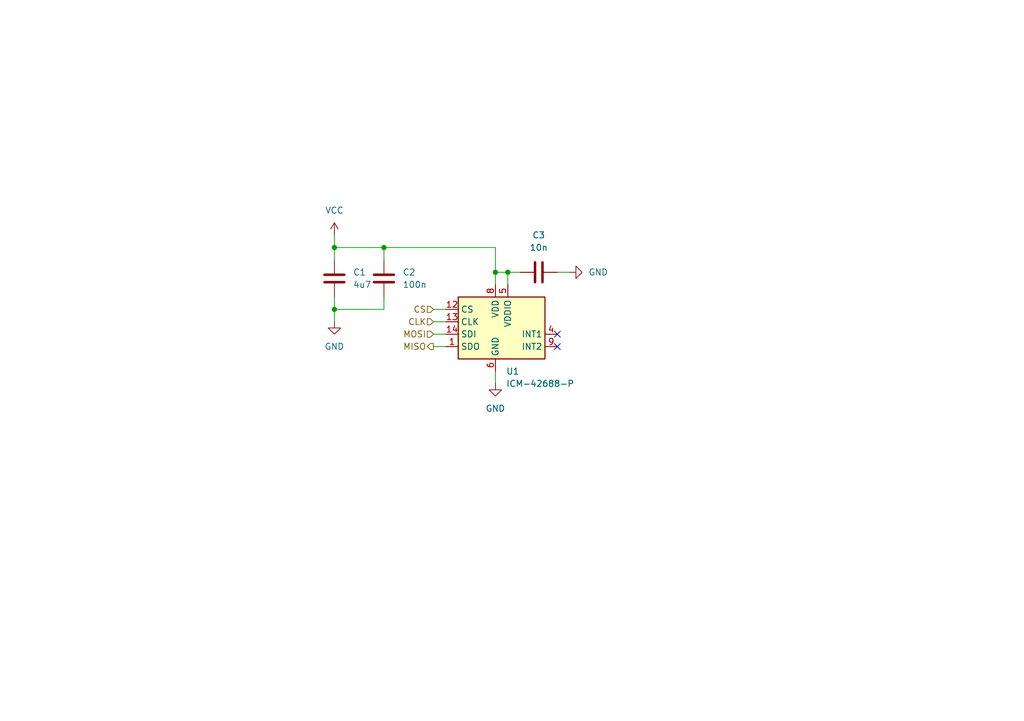
<source format=kicad_sch>
(kicad_sch (version 20231120) (generator "eeschema") (generator_version "8.0")
  (paper "A5")
  (lib_symbols
    (symbol "Device:C" (pin_numbers hide) (pin_names (offset 0.254))
      (property "Reference" "C" (at 0.635 2.54 0))
      (property "Value" "C" (at 0.635 -2.54 0))
      (symbol "C_0_1"
        (polyline (pts (xy -2.032 -0.762) (xy 2.032 -0.762)) (stroke (width 0.508)))
        (polyline (pts (xy -2.032 0.762) (xy 2.032 0.762)) (stroke (width 0.508)))
      )
      (symbol "C_1_1"
        (pin passive line (at 0 3.81 270) (length 2.794) (name "~") (number "1"))
        (pin passive line (at 0 -3.81 90) (length 2.794) (name "~") (number "2"))
      )
    )
    (symbol "User_Symbols:ICM-42688-P"
      (property "Reference" "U" (at 1.27 1.27 0))
      (property "Value" "ICM-42688-P" (at 19.05 1.27 0))
      (symbol "ICM-42688-P_0_1"
        (rectangle (start 0 0) (end 17.78 -12.7) (stroke (width 0.254)) (fill (type background)))
      )
      (symbol "ICM-42688-P_1_1"
        (pin output line (at -2.54 -10.16 0) (length 2.54) (name "SDO") (number "1"))
        (pin no_connect line (at 20.32 -3.81 180) (length 2.54) hide (name "RESV") (number "10"))
        (pin passive line (at 7.62 -15.24 90) (length 2.54) hide (name "RESV") (number "11"))
        (pin input line (at -2.54 -2.54 0) (length 2.54) (name "CS") (number "12"))
        (pin input line (at -2.54 -5.08 0) (length 2.54) (name "CLK") (number "13"))
        (pin input line (at -2.54 -7.62 0) (length 2.54) (name "SDI") (number "14"))
        (pin no_connect line (at 20.32 -1.27 180) (length 2.54) hide (name "RESV") (number "2"))
        (pin no_connect line (at 20.32 -2.54 180) (length 2.54) hide (name "RESV") (number "3"))
        (pin output line (at 20.32 -7.62 180) (length 2.54) (name "INT1") (number "4"))
        (pin power_in line (at 10.16 2.54 270) (length 2.54) (name "VDDIO") (number "5"))
        (pin power_in line (at 7.62 -15.24 90) (length 2.54) (name "GND") (number "6"))
        (pin passive line (at 7.62 -15.24 90) (length 2.54) hide (name "RESV") (number "7"))
        (pin power_in line (at 7.62 2.54 270) (length 2.54) (name "VDD") (number "8"))
        (pin output line (at 20.32 -10.16 180) (length 2.54) (name "INT2") (number "9"))
      )
    )
    (symbol "power:GND" (power) (pin_numbers hide) (pin_names (offset 0) hide)
      (property "Value" "GND" (at 0 -3.81 0))
      (symbol "GND_0_1"
        (polyline (pts (xy 0 0) (xy 0 -1.27) (xy 1.27 -1.27) (xy 0 -2.54) (xy -1.27 -1.27) (xy 0 -1.27)))
      )
      (symbol "GND_1_1"
        (pin power_in line (at 0 0 270) (length 0) (name "~") (number "1"))
      )
    )
    (symbol "power:VCC" (power) (pin_numbers hide) (pin_names (offset 0) hide)
      (property "Value" "VCC" (at 0 3.556 0))
      (symbol "VCC_0_1"
        (polyline (pts (xy -0.762 1.27) (xy 0 2.54)))
        (polyline (pts (xy 0 0) (xy 0 2.54)))
        (polyline (pts (xy 0 2.54) (xy 0.762 1.27)))
      )
      (symbol "VCC_1_1"
        (pin power_in line (at 0 0 90) (length 0) (name "~") (number "1"))
      )
    )
  )
  (junction (at 68.58 50.8))
  (junction (at 68.58 63.5))
  (junction (at 101.6 55.88))
  (junction (at 104.14 55.88))
  (junction (at 78.74 50.8))
  (no_connect (at 114.3 71.12))
  (no_connect (at 114.3 68.58))
  (wire (pts (xy 68.58 63.5) (xy 78.74 63.5)))
  (wire (pts (xy 101.6 50.8) (xy 101.6 55.88)))
  (wire (pts (xy 101.6 55.88) (xy 101.6 58.42)))
  (wire (pts (xy 68.58 50.8) (xy 68.58 53.34)))
  (wire (pts (xy 88.9 68.58) (xy 91.44 68.58)))
  (wire (pts (xy 78.74 53.34) (xy 78.74 50.8)))
  (wire (pts (xy 78.74 50.8) (xy 101.6 50.8)))
  (wire (pts (xy 68.58 63.5) (xy 68.58 66.04)))
  (wire (pts (xy 68.58 48.26) (xy 68.58 50.8)))
  (wire (pts (xy 104.14 55.88) (xy 104.14 58.42)))
  (wire (pts (xy 88.9 63.5) (xy 91.44 63.5)))
  (wire (pts (xy 114.3 55.88) (xy 116.84 55.88)))
  (wire (pts (xy 68.58 60.96) (xy 68.58 63.5)))
  (wire (pts (xy 88.9 66.04) (xy 91.44 66.04)))
  (wire (pts (xy 88.9 71.12) (xy 91.44 71.12)))
  (wire (pts (xy 101.6 55.88) (xy 104.14 55.88)))
  (wire (pts (xy 106.68 55.88) (xy 104.14 55.88)))
  (wire (pts (xy 68.58 50.8) (xy 78.74 50.8)))
  (wire (pts (xy 78.74 63.5) (xy 78.74 60.96)))
  (wire (pts (xy 101.6 76.2) (xy 101.6 78.74)))
  (hierarchical_label "CS" (shape input) (at 88.9 63.5 180))
  (hierarchical_label "MISO" (shape output) (at 88.9 71.12 180))
  (hierarchical_label "MOSI" (shape input) (at 88.9 68.58 180))
  (hierarchical_label "CLK" (shape input) (at 88.9 66.04 180))
  (symbol (lib_id "power:GND") (at 68.58 66.04 0) (unit 1)
    (property "Reference" "#PWR02" (effects (hide yes)))
    (property "Value" "GND" (at 68.58 71.12 0))
    (property "Description" "Power symbol creates a global label with name \"GND\" , ground" (effects (hide yes)))
  )
  (symbol (lib_id "User_Symbols:ICM-42688-P") (at 93.98 60.96 0) (unit 1)
    (property "Reference" "U1" (at 103.7941 76.2 0) (effects (justify left)))
    (property "Value" "ICM-42688-P" (at 103.7941 78.74 0) (effects (justify left)))
    (property "Footprint" "Package_LGA:LGA-14_3x2.5mm_P0.5mm_LayoutBorder3x4y" (effects (hide yes)))
    (property "Datasheet" "https://wmsc.lcsc.com/wmsc/upload/file/pdf/v2/lcsc/2108030230_TDK-InvenSense-ICM-42688-P_C1850418.pdf" (effects (hide yes)))
    (property "Description" "IMU Gyroscope" (effects (hide yes)))
    (property "LCSC" "C1850418" (effects (hide yes)))
  )
  (symbol (lib_id "power:GND") (at 101.6 78.74 0) (unit 1)
    (property "Reference" "#PWR03" (effects (hide yes)))
    (property "Value" "GND" (at 101.6 83.82 0))
    (property "Description" "Power symbol creates a global label with name \"GND\" , ground" (effects (hide yes)))
  )
  (symbol (lib_id "Device:C") (at 68.58 57.15 0) (unit 1)
    (property "Reference" "C1" (at 72.39 55.8799 0) (effects (justify left)))
    (property "Value" "4u7" (at 72.39 58.4199 0) (effects (justify left)))
    (property "Footprint" "Capacitor_SMD:C_0402_1005Metric" (effects (hide yes)))
    (property "Description" "Unpolarized capacitor" (effects (hide yes)))
    (property "LCSC" "C23733" (effects (hide yes)))
  )
  (symbol (lib_id "power:VCC") (at 68.58 48.26 0) (unit 1)
    (property "Reference" "#PWR01" (effects (hide yes)))
    (property "Value" "VCC" (at 68.58 43.18 0))
    (property "Description" "Power symbol creates a global label with name \"VCC\"" (effects (hide yes)))
  )
  (symbol (lib_id "Device:C") (at 78.74 57.15 0) (unit 1)
    (property "Reference" "C2" (at 82.55 55.8799 0) (effects (justify left)))
    (property "Value" "100n" (at 82.55 58.4199 0) (effects (justify left)))
    (property "Footprint" "Capacitor_SMD:C_0402_1005Metric" (effects (hide yes)))
    (property "Description" "Unpolarized capacitor" (effects (hide yes)))
    (property "LCSC" "C1525" (effects (hide yes)))
  )
  (symbol (lib_id "power:GND") (at 116.84 55.88 90) (unit 1)
    (property "Reference" "#PWR04" (effects (hide yes)))
    (property "Value" "GND" (at 120.65 55.8799 90) (effects (justify right)))
    (property "Description" "Power symbol creates a global label with name \"GND\" , ground" (effects (hide yes)))
  )
  (symbol (lib_id "Device:C") (at 110.49 55.88 90) (unit 1)
    (property "Reference" "C3" (at 110.49 48.26 90))
    (property "Value" "10n" (at 110.49 50.8 90))
    (property "Footprint" "Capacitor_SMD:C_0402_1005Metric" (effects (hide yes)))
    (property "Description" "Unpolarized capacitor" (effects (hide yes)))
    (property "LCSC" "C15195" (effects (hide yes)))
  )
)
</source>
